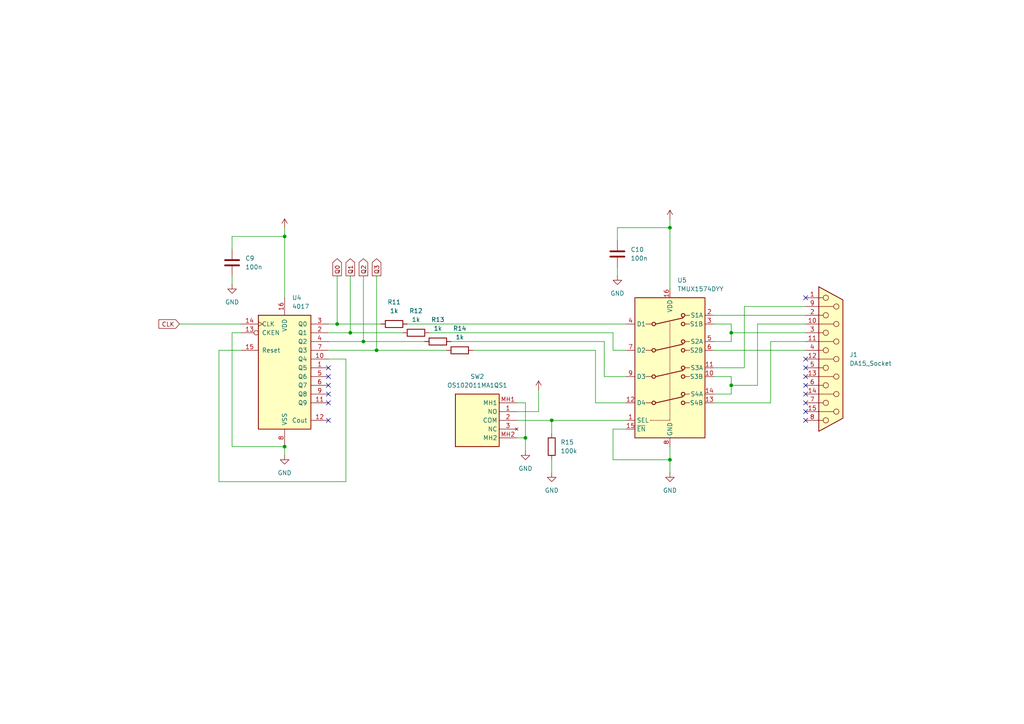
<source format=kicad_sch>
(kicad_sch (version 20250114) (generator "eeschema") (generator_version "9.0")
  (paper "A4")
  (title_block (title "PinCheck - 4 Pin Cable (LEMHAL)") (date "2025-08-27") (rev "Rev 1.0") (company "Igor Oliveira") (comment 1 "Continuity & Logic Test Circuit") (comment 2 "Decade Counter with pass/fail logic gates"))
  (lib_symbols
    (symbol "4xxx:4017" (pin_names (offset 1.016))
      (property "Reference" "U" (at -7.62 16.51 0))
      (property "Value" "4017" (at -7.62 -19.05 0))
      (symbol "4017_1_0"
        (pin input clock (at -12.7 12.7 0) (length 5.08) (name "CLK") (number "14"))
        (pin input inverted (at -12.7 10.16 0) (length 5.08) (name "CKEN") (number "13"))
        (pin input line (at -12.7 5.08 0) (length 5.08) (name "Reset") (number "15"))
        (pin power_in line (at 0 20.32 270) (length 5.08) (name "VDD") (number "16"))
        (pin power_in line (at 0 -22.86 90) (length 5.08) (name "VSS") (number "8"))
        (pin output line (at 12.7 12.7 180) (length 5.08) (name "Q0") (number "3"))
        (pin output line (at 12.7 10.16 180) (length 5.08) (name "Q1") (number "2"))
        (pin output line (at 12.7 7.62 180) (length 5.08) (name "Q2") (number "4"))
        (pin output line (at 12.7 5.08 180) (length 5.08) (name "Q3") (number "7"))
        (pin output line (at 12.7 2.54 180) (length 5.08) (name "Q4") (number "10"))
        (pin output line (at 12.7 0 180) (length 5.08) (name "Q5") (number "1"))
        (pin output line (at 12.7 -2.54 180) (length 5.08) (name "Q6") (number "5"))
        (pin output line (at 12.7 -5.08 180) (length 5.08) (name "Q7") (number "6"))
        (pin output line (at 12.7 -7.62 180) (length 5.08) (name "Q8") (number "9"))
        (pin output line (at 12.7 -10.16 180) (length 5.08) (name "Q9") (number "11"))
        (pin output line (at 12.7 -15.24 180) (length 5.08) (name "Cout") (number "12"))
      )
      (symbol "4017_1_1"
        (rectangle (start -7.62 15.24) (end 7.62 -17.78) (stroke (width 0.254)) (fill (type background)))
      )
    )
    (symbol "Analog_Switch:TMUX1574DYY"
      (property "Reference" "U" (at -8.89 21.59 0))
      (property "Value" "TMUX1574DYY" (at 7.62 21.59 0))
      (symbol "TMUX1574DYY_1_1"
        (rectangle (start -10.16 20.32) (end 10.16 -20.32) (stroke (width 0.254)) (fill (type background)))
        (polyline (pts (xy -6.985 12.7) (xy -5.334 12.7)))
        (polyline (pts (xy -6.985 5.08) (xy -5.334 5.08)))
        (polyline (pts (xy -6.985 -2.54) (xy -5.334 -2.54)))
        (polyline (pts (xy -6.985 -10.16) (xy -5.334 -10.16)))
        (polyline (pts (xy -5.715 -15.24) (xy -5.207 -15.24)))
        (polyline (pts (xy -4.953 -15.24) (xy -4.699 -15.24)))
        (circle (center -4.699 12.7) (radius 0.508) (stroke (width 0.254)))
        (circle (center -4.699 5.08) (radius 0.508) (stroke (width 0.254)))
        (circle (center -4.699 -2.54) (radius 0.508) (stroke (width 0.254)))
        (circle (center -4.699 -10.16) (radius 0.508) (stroke (width 0.254)))
        (polyline (pts (xy -4.445 -15.24) (xy -4.191 -15.24)))
        (polyline (pts (xy -3.937 -15.24) (xy -3.683 -15.24)))
        (polyline (pts (xy -3.429 -15.24) (xy -3.175 -15.24)))
        (polyline (pts (xy -2.921 -15.24) (xy -2.667 -15.24)))
        (polyline (pts (xy -2.413 -15.24) (xy -2.159 -15.24)))
        (polyline (pts (xy -1.905 -15.24) (xy -1.651 -15.24)))
        (polyline (pts (xy -1.397 -15.24) (xy -1.143 -15.24)))
        (polyline (pts (xy -0.889 -15.24) (xy -0.635 -15.24)))
        (polyline (pts (xy -0.381 -15.24) (xy -0.127 -15.24)))
        (polyline (pts (xy 0 12.954) (xy 0 13.208)))
        (polyline (pts (xy 0 12.446) (xy 0 12.7)))
        (polyline (pts (xy 0 11.938) (xy 0 12.192)))
        (polyline (pts (xy 0 11.43) (xy 0 11.684)))
        (polyline (pts (xy 0 10.922) (xy 0 11.176)))
        (polyline (pts (xy 0 10.414) (xy 0 10.668)))
        (polyline (pts (xy 0 9.906) (xy 0 10.16)))
        (polyline (pts (xy 0 9.398) (xy 0 9.652)))
        (polyline (pts (xy 0 8.89) (xy 0 9.144)))
        (polyline (pts (xy 0 8.382) (xy 0 8.636)))
        (polyline (pts (xy 0 7.874) (xy 0 8.128)))
        (polyline (pts (xy 0 7.366) (xy 0 7.62)))
        (polyline (pts (xy 0 6.858) (xy 0 7.112)))
        (polyline (pts (xy 0 6.35) (xy 0 6.604)))
        (polyline (pts (xy 0 5.842) (xy 0 6.096)))
        (polyline (pts (xy 0 5.334) (xy 0 5.588)))
        (polyline (pts (xy 0 4.826) (xy 0 5.08)))
        (polyline (pts (xy 0 4.318) (xy 0 4.572)))
        (polyline (pts (xy 0 3.81) (xy 0 4.064)))
        (polyline (pts (xy 0 3.302) (xy 0 3.556)))
        (polyline (pts (xy 0 2.794) (xy 0 3.048)))
        (polyline (pts (xy 0 2.286) (xy 0 2.54)))
        (polyline (pts (xy 0 1.778) (xy 0 2.032)))
        (polyline (pts (xy 0 1.27) (xy 0 1.524)))
        (polyline (pts (xy 0 0.762) (xy 0 1.016)))
        (polyline (pts (xy 0 0.254) (xy 0 0.508)))
        (polyline (pts (xy 0 -0.254) (xy 0 0)))
        (polyline (pts (xy 0 -0.762) (xy 0 -0.508)))
        (polyline (pts (xy 0 -1.27) (xy 0 -1.016)))
        (polyline (pts (xy 0 -2.286) (xy 0 -2.032)))
        (polyline (pts (xy 0 -2.794) (xy 0 -2.54)))
        (polyline (pts (xy 0 -3.302) (xy 0 -3.048)))
        (polyline (pts (xy 0 -3.81) (xy 0 -3.556)))
        (polyline (pts (xy 0 -4.318) (xy 0 -4.064)))
        (polyline (pts (xy 0 -4.826) (xy 0 -4.572)))
        (polyline (pts (xy 0 -5.334) (xy 0 -5.08)))
        (polyline (pts (xy 0 -5.842) (xy 0 -5.588)))
        (polyline (pts (xy 0 -6.35) (xy 0 -6.096)))
        (polyline (pts (xy 0 -6.858) (xy 0 -6.604)))
        (polyline (pts (xy 0 -7.366) (xy 0 -7.112)))
        (polyline (pts (xy 0 -7.874) (xy 0 -7.62)))
        (polyline (pts (xy 0 -8.382) (xy 0 -8.128)))
        (polyline (pts (xy 0 -8.89) (xy 0 -8.636)))
        (polyline (pts (xy 0 -9.398) (xy 0 -9.144)))
        (polyline (pts (xy 0 -9.906) (xy 0 -9.652)))
        (polyline (pts (xy 0 -10.414) (xy 0 -10.16)))
        (polyline (pts (xy 0 -10.922) (xy 0 -10.668)))
        (polyline (pts (xy 0 -11.43) (xy 0 -11.176)))
        (polyline (pts (xy 0 -11.938) (xy 0 -11.684)))
        (polyline (pts (xy 0 -12.446) (xy 0 -12.192)))
        (polyline (pts (xy 0 -12.954) (xy 0 -12.7)))
        (polyline (pts (xy 0 -13.462) (xy 0 -13.208)))
        (polyline (pts (xy 0 -13.97) (xy 0 -13.716)))
        (polyline (pts (xy 0 -14.478) (xy 0 -14.224)))
        (polyline (pts (xy 0 -15.24) (xy 0 -14.732)))
        (circle (center 3.81 15.24) (radius 0.508) (stroke (width 0.254)))
        (polyline (pts (xy 3.81 14.478) (xy -4.064 12.7)) (stroke (width 0.254)))
        (circle (center 3.81 12.7) (radius 0.508) (stroke (width 0.254)))
        (circle (center 3.81 7.62) (radius 0.508) (stroke (width 0.254)))
        (polyline (pts (xy 3.81 6.858) (xy -4.064 5.08)) (stroke (width 0.254)))
        (circle (center 3.81 5.08) (radius 0.508) (stroke (width 0.254)))
        (circle (center 3.81 0) (radius 0.508) (stroke (width 0.254)))
        (polyline (pts (xy 3.81 -0.762) (xy -4.064 -2.54)) (stroke (width 0.254)))
        (circle (center 3.81 -2.54) (radius 0.508) (stroke (width 0.254)))
        (circle (center 3.81 -7.62) (radius 0.508) (stroke (width 0.254)))
        (polyline (pts (xy 3.81 -8.382) (xy -4.064 -10.16)) (stroke (width 0.254)))
        (circle (center 3.81 -10.16) (radius 0.508) (stroke (width 0.254)))
        (polyline (pts (xy 5.715 15.24) (xy 4.445 15.24)))
        (polyline (pts (xy 5.715 12.7) (xy 4.445 12.7)))
        (polyline (pts (xy 5.715 7.62) (xy 4.445 7.62)))
        (polyline (pts (xy 5.715 5.08) (xy 4.445 5.08)))
        (polyline (pts (xy 5.715 0) (xy 4.445 0)))
        (polyline (pts (xy 5.715 -2.54) (xy 4.445 -2.54)))
        (polyline (pts (xy 5.715 -7.62) (xy 4.445 -7.62)))
        (polyline (pts (xy 5.715 -10.16) (xy 4.445 -10.16)))
        (pin passive line (at -12.7 12.7 0) (length 2.54) (name "D1") (number "4"))
        (pin passive line (at -12.7 5.08 0) (length 2.54) (name "D2") (number "7"))
        (pin passive line (at -12.7 -2.54 0) (length 2.54) (name "D3") (number "9"))
        (pin passive line (at -12.7 -10.16 0) (length 2.54) (name "D4") (number "12"))
        (pin input line (at -12.7 -15.24 0) (length 2.54) (name "SEL") (number "1"))
        (pin input line (at -12.7 -17.78 0) (length 2.54) (name "~{EN}") (number "15"))
        (pin power_in line (at 0 22.86 270) (length 2.54) (name "VDD") (number "16"))
        (pin power_in line (at 0 -22.86 90) (length 2.54) (name "GND") (number "8"))
        (pin passive line (at 12.7 15.24 180) (length 2.54) (name "S1A") (number "2"))
        (pin passive line (at 12.7 12.7 180) (length 2.54) (name "S1B") (number "3"))
        (pin passive line (at 12.7 7.62 180) (length 2.54) (name "S2A") (number "5"))
        (pin passive line (at 12.7 5.08 180) (length 2.54) (name "S2B") (number "6"))
        (pin passive line (at 12.7 0 180) (length 2.54) (name "S3A") (number "11"))
        (pin passive line (at 12.7 -2.54 180) (length 2.54) (name "S3B") (number "10"))
        (pin passive line (at 12.7 -7.62 180) (length 2.54) (name "S4A") (number "14"))
        (pin passive line (at 12.7 -10.16 180) (length 2.54) (name "S4B") (number "13"))
      )
    )
    (symbol "Connector:DA15_Socket" (pin_names (offset 1.016) (hide yes))
      (property "Reference" "J" (at 0.508 21.59 0))
      (property "Value" "DA15_Socket" (at 0 -22.225 0))
      (symbol "DA15_Socket_0_1"
        (polyline (pts (xy -3.81 20.955) (xy 3.175 17.145) (xy 3.175 -17.145) (xy -3.81 -20.955) (xy -3.81 20.955)) (stroke (width 0.254)) (fill (type background)))
        (polyline (pts (xy -3.81 17.78) (xy -2.54 17.78)))
        (polyline (pts (xy -3.81 15.24) (xy 0.508 15.24)))
        (polyline (pts (xy -3.81 12.7) (xy -2.54 12.7)))
        (polyline (pts (xy -3.81 10.16) (xy 0.508 10.16)))
        (polyline (pts (xy -3.81 7.62) (xy -2.54 7.62)))
        (polyline (pts (xy -3.81 5.08) (xy 0.508 5.08)))
        (polyline (pts (xy -3.81 2.54) (xy -2.54 2.54)))
        (polyline (pts (xy -3.81 0) (xy 0.508 0)))
        (polyline (pts (xy -3.81 -2.54) (xy -2.54 -2.54)))
        (polyline (pts (xy -3.81 -5.08) (xy 0.508 -5.08)))
        (polyline (pts (xy -3.81 -7.62) (xy -2.54 -7.62)))
        (polyline (pts (xy -3.81 -10.16) (xy 0.508 -10.16)))
        (polyline (pts (xy -3.81 -12.7) (xy -2.54 -12.7)))
        (polyline (pts (xy -3.81 -15.24) (xy 0.508 -15.24)))
        (polyline (pts (xy -3.81 -17.78) (xy -2.54 -17.78)))
        (circle (center -1.778 17.78) (radius 0.762))
        (circle (center -1.778 12.7) (radius 0.762))
        (circle (center -1.778 7.62) (radius 0.762))
        (circle (center -1.778 2.54) (radius 0.762))
        (circle (center -1.778 -2.54) (radius 0.762))
        (circle (center -1.778 -7.62) (radius 0.762))
        (circle (center -1.778 -12.7) (radius 0.762))
        (circle (center -1.778 -17.78) (radius 0.762))
        (circle (center 1.27 15.24) (radius 0.762))
        (circle (center 1.27 10.16) (radius 0.762))
        (circle (center 1.27 5.08) (radius 0.762))
        (circle (center 1.27 0) (radius 0.762))
        (circle (center 1.27 -5.08) (radius 0.762))
        (circle (center 1.27 -10.16) (radius 0.762))
        (circle (center 1.27 -15.24) (radius 0.762))
      )
      (symbol "DA15_Socket_1_1"
        (pin passive line (at -7.62 17.78 0) (length 3.81) (name "1") (number "1"))
        (pin passive line (at -7.62 15.24 0) (length 3.81) (name "P9") (number "9"))
        (pin passive line (at -7.62 12.7 0) (length 3.81) (name "2") (number "2"))
        (pin passive line (at -7.62 10.16 0) (length 3.81) (name "P10") (number "10"))
        (pin passive line (at -7.62 7.62 0) (length 3.81) (name "3") (number "3"))
        (pin passive line (at -7.62 5.08 0) (length 3.81) (name "P111") (number "11"))
        (pin passive line (at -7.62 2.54 0) (length 3.81) (name "4") (number "4"))
        (pin passive line (at -7.62 0 0) (length 3.81) (name "P12") (number "12"))
        (pin passive line (at -7.62 -2.54 0) (length 3.81) (name "5") (number "5"))
        (pin passive line (at -7.62 -5.08 0) (length 3.81) (name "P13") (number "13"))
        (pin passive line (at -7.62 -7.62 0) (length 3.81) (name "6") (number "6"))
        (pin passive line (at -7.62 -10.16 0) (length 3.81) (name "P14") (number "14"))
        (pin passive line (at -7.62 -12.7 0) (length 3.81) (name "7") (number "7"))
        (pin passive line (at -7.62 -15.24 0) (length 3.81) (name "P15") (number "15"))
        (pin passive line (at -7.62 -17.78 0) (length 3.81) (name "8") (number "8"))
      )
    )
    (symbol "Device:C" (pin_numbers (hide yes)) (pin_names (offset 0.254))
      (property "Reference" "C" (at 0.635 2.54 0))
      (property "Value" "C" (at 0.635 -2.54 0))
      (symbol "C_0_1"
        (polyline (pts (xy -2.032 0.762) (xy 2.032 0.762)) (stroke (width 0.508)))
        (polyline (pts (xy -2.032 -0.762) (xy 2.032 -0.762)) (stroke (width 0.508)))
      )
      (symbol "C_1_1"
        (pin passive line (at 0 3.81 270) (length 2.794) (name "~") (number "1"))
        (pin passive line (at 0 -3.81 90) (length 2.794) (name "~") (number "2"))
      )
    )
    (symbol "Device:R" (pin_numbers (hide yes)) (pin_names (offset 0))
      (property "Reference" "R" (at 2.032 0 90))
      (property "Value" "R" (at 0 0 90))
      (symbol "R_0_1"
        (rectangle (start -1.016 -2.54) (end 1.016 2.54) (stroke (width 0.254)))
      )
      (symbol "R_1_1"
        (pin passive line (at 0 3.81 270) (length 1.27) (name "~") (number "1"))
        (pin passive line (at 0 -3.81 90) (length 1.27) (name "~") (number "2"))
      )
    )
    (symbol "Switch:OS102011MA1QS1"
      (property "Reference" "SW" (at 0 7.62 0))
      (property "Value" "OS102011MA1QS1" (at 0 5.08 0))
      (symbol "OS102011MA1QS1_1_1"
        (rectangle (start 5.08 2.54) (end 17.78 -12.7) (stroke (width 0.254)) (fill (type background)))
        (pin passive line (at 0 0 0) (length 5.08) (name "MH1") (number "MH1"))
        (pin passive line (at 0 -2.54 0) (length 5.08) (name "NO") (number "1"))
        (pin passive line (at 0 -5.08 0) (length 5.08) (name "COM") (number "2"))
        (pin no_connect line (at 0 -7.62 0) (length 5.08) (name "NC") (number "3"))
        (pin passive line (at 0 -10.16 0) (length 5.08) (name "MH2") (number "MH2"))
      )
    )
    (symbol "power:GND" (power) (pin_numbers (hide yes)) (pin_names (offset 0) (hide yes))
      (property "Value" "GND" (at 0 -3.81 0))
      (symbol "GND_0_1"
        (polyline (pts (xy 0 0) (xy 0 -1.27) (xy 1.27 -1.27) (xy 0 -2.54) (xy -1.27 -1.27) (xy 0 -1.27)))
      )
      (symbol "GND_1_1"
        (pin power_in line (at 0 0 270) (length 0) (name "~") (number "1"))
      )
    )
    (symbol "power:VCC" (power) (pin_numbers (hide yes)) (pin_names (offset 0) (hide yes))
      (property "Value" "VCC" (at 0 3.556 0))
      (symbol "VCC_0_1"
        (polyline (pts (xy -0.762 1.27) (xy 0 2.54)))
        (polyline (pts (xy 0 2.54) (xy 0.762 1.27)))
        (polyline (pts (xy 0 0) (xy 0 2.54)))
      )
      (symbol "VCC_1_1"
        (pin power_in line (at 0 0 90) (length 0) (name "~") (number "1"))
      )
    )
  )
  (junction (at 82.55 68.58))
  (junction (at 194.31 133.35))
  (junction (at 101.6 96.52))
  (junction (at 212.09 111.76))
  (junction (at 160.02 121.92))
  (junction (at 152.4 127))
  (junction (at 82.55 129.54))
  (junction (at 212.09 96.52))
  (junction (at 105.41 99.06))
  (junction (at 109.22 101.6))
  (junction (at 97.79 93.98))
  (junction (at 194.31 66.04))
  (no_connect (at 233.68 104.14))
  (no_connect (at 233.68 86.36))
  (no_connect (at 95.25 121.92))
  (no_connect (at 233.68 114.3))
  (no_connect (at 233.68 109.22))
  (no_connect (at 233.68 111.76))
  (no_connect (at 233.68 116.84))
  (no_connect (at 95.25 109.22))
  (no_connect (at 95.25 114.3))
  (no_connect (at 95.25 111.76))
  (no_connect (at 95.25 116.84))
  (no_connect (at 233.68 106.68))
  (no_connect (at 233.68 121.92))
  (no_connect (at 95.25 106.68))
  (no_connect (at 233.68 119.38))
  (wire (pts (xy 212.09 111.76) (xy 212.09 109.22)))
  (wire (pts (xy 215.9 88.9) (xy 233.68 88.9)))
  (wire (pts (xy 97.79 80.01) (xy 97.79 93.98)))
  (wire (pts (xy 207.01 93.98) (xy 212.09 93.98)))
  (wire (pts (xy 152.4 116.84) (xy 152.4 127)))
  (wire (pts (xy 194.31 137.16) (xy 194.31 133.35)))
  (wire (pts (xy 177.8 101.6) (xy 181.61 101.6)))
  (wire (pts (xy 101.6 96.52) (xy 116.84 96.52)))
  (wire (pts (xy 52.07 93.98) (xy 69.85 93.98)))
  (wire (pts (xy 82.55 68.58) (xy 67.31 68.58)))
  (wire (pts (xy 82.55 86.36) (xy 82.55 68.58)))
  (wire (pts (xy 179.07 80.01) (xy 179.07 77.47)))
  (wire (pts (xy 82.55 66.04) (xy 82.55 68.58)))
  (wire (pts (xy 181.61 124.46) (xy 177.8 124.46)))
  (wire (pts (xy 212.09 114.3) (xy 212.09 111.76)))
  (wire (pts (xy 95.25 93.98) (xy 97.79 93.98)))
  (wire (pts (xy 97.79 93.98) (xy 110.49 93.98)))
  (wire (pts (xy 95.25 96.52) (xy 101.6 96.52)))
  (wire (pts (xy 160.02 133.35) (xy 160.02 137.16)))
  (wire (pts (xy 67.31 129.54) (xy 82.55 129.54)))
  (wire (pts (xy 82.55 132.08) (xy 82.55 129.54)))
  (wire (pts (xy 109.22 101.6) (xy 129.54 101.6)))
  (wire (pts (xy 177.8 96.52) (xy 177.8 101.6)))
  (wire (pts (xy 177.8 133.35) (xy 194.31 133.35)))
  (wire (pts (xy 95.25 99.06) (xy 105.41 99.06)))
  (wire (pts (xy 212.09 111.76) (xy 219.71 111.76)))
  (wire (pts (xy 175.26 109.22) (xy 181.61 109.22)))
  (wire (pts (xy 172.72 116.84) (xy 172.72 101.6)))
  (wire (pts (xy 194.31 66.04) (xy 179.07 66.04)))
  (wire (pts (xy 223.52 99.06) (xy 233.68 99.06)))
  (wire (pts (xy 63.5 101.6) (xy 69.85 101.6)))
  (wire (pts (xy 100.33 139.7) (xy 100.33 104.14)))
  (wire (pts (xy 152.4 127) (xy 149.86 127)))
  (wire (pts (xy 67.31 96.52) (xy 69.85 96.52)))
  (wire (pts (xy 212.09 96.52) (xy 233.68 96.52)))
  (wire (pts (xy 207.01 101.6) (xy 233.68 101.6)))
  (wire (pts (xy 219.71 111.76) (xy 219.71 93.98)))
  (wire (pts (xy 67.31 129.54) (xy 67.31 96.52)))
  (wire (pts (xy 179.07 66.04) (xy 179.07 69.85)))
  (wire (pts (xy 109.22 80.01) (xy 109.22 101.6)))
  (wire (pts (xy 137.16 101.6) (xy 172.72 101.6)))
  (wire (pts (xy 95.25 101.6) (xy 109.22 101.6)))
  (wire (pts (xy 105.41 80.01) (xy 105.41 99.06)))
  (wire (pts (xy 194.31 129.54) (xy 194.31 133.35)))
  (wire (pts (xy 67.31 68.58) (xy 67.31 72.39)))
  (wire (pts (xy 181.61 116.84) (xy 172.72 116.84)))
  (wire (pts (xy 212.09 99.06) (xy 207.01 99.06)))
  (wire (pts (xy 194.31 83.82) (xy 194.31 66.04)))
  (wire (pts (xy 100.33 104.14) (xy 95.25 104.14)))
  (wire (pts (xy 149.86 116.84) (xy 152.4 116.84)))
  (wire (pts (xy 63.5 139.7) (xy 100.33 139.7)))
  (wire (pts (xy 105.41 99.06) (xy 123.19 99.06)))
  (wire (pts (xy 130.81 99.06) (xy 175.26 99.06)))
  (wire (pts (xy 215.9 106.68) (xy 215.9 88.9)))
  (wire (pts (xy 219.71 93.98) (xy 233.68 93.98)))
  (wire (pts (xy 118.11 93.98) (xy 181.61 93.98)))
  (wire (pts (xy 160.02 121.92) (xy 181.61 121.92)))
  (wire (pts (xy 212.09 96.52) (xy 212.09 99.06)))
  (wire (pts (xy 207.01 116.84) (xy 223.52 116.84)))
  (wire (pts (xy 101.6 80.01) (xy 101.6 96.52)))
  (wire (pts (xy 149.86 119.38) (xy 156.21 119.38)))
  (wire (pts (xy 156.21 113.03) (xy 156.21 119.38)))
  (wire (pts (xy 207.01 91.44) (xy 233.68 91.44)))
  (wire (pts (xy 67.31 82.55) (xy 67.31 80.01)))
  (wire (pts (xy 175.26 99.06) (xy 175.26 109.22)))
  (wire (pts (xy 212.09 93.98) (xy 212.09 96.52)))
  (wire (pts (xy 124.46 96.52) (xy 177.8 96.52)))
  (wire (pts (xy 207.01 109.22) (xy 212.09 109.22)))
  (wire (pts (xy 177.8 124.46) (xy 177.8 133.35)))
  (wire (pts (xy 194.31 63.5) (xy 194.31 66.04)))
  (wire (pts (xy 223.52 116.84) (xy 223.52 99.06)))
  (wire (pts (xy 63.5 101.6) (xy 63.5 139.7)))
  (wire (pts (xy 207.01 114.3) (xy 212.09 114.3)))
  (wire (pts (xy 152.4 127) (xy 152.4 130.81)))
  (wire (pts (xy 160.02 121.92) (xy 160.02 125.73)))
  (wire (pts (xy 149.86 121.92) (xy 160.02 121.92)))
  (wire (pts (xy 207.01 106.68) (xy 215.9 106.68)))
  (global_label "CLK" (shape input) (at 52.07 93.98 180) (property "Intersheetrefs" "${INTERSHEET_REFS}" (effects (hide yes))))
  (global_label "Q0" (shape output) (at 97.79 80.01 90) (property "Intersheetrefs" "${INTERSHEET_REFS}" (effects (hide yes))))
  (global_label "Q3" (shape output) (at 109.22 80.01 90) (property "Intersheetrefs" "${INTERSHEET_REFS}" (effects (hide yes))))
  (global_label "Q1" (shape output) (at 101.6 80.01 90) (property "Intersheetrefs" "${INTERSHEET_REFS}" (effects (hide yes))))
  (global_label "Q2" (shape output) (at 105.41 80.01 90) (property "Intersheetrefs" "${INTERSHEET_REFS}" (effects (hide yes))))
  (symbol (lib_id "power:VCC") (at 156.21 113.03 0) (mirror y) (unit 1)
    (property "Reference" "#PWR034" (effects (hide yes)))
    (property "Value" "VCC" (effects (hide yes)))
    (property "Description" "Power symbol creates a global label with name \"VCC\"" (effects (hide yes)))
  )
  (symbol (lib_id "Device:R") (at 160.02 129.54 0) (mirror y) (unit 1)
    (property "Reference" "R15" (at 162.56 128.2699 0) (effects (justify right)))
    (property "Value" "100k" (at 162.56 130.8099 0) (effects (justify right)))
    (property "Footprint" "Resistor_SMD:R_0805_2012Metric" (effects (hide yes)))
    (property "Description" "SMD Chip Resistor, 100 kohm, ± 1%, 500 mW, 0805 [2012 Metric], Thick Film (Double Sided)" (effects (hide yes)))
    (property "Manufacturer Part No" "ERJP6WF1003V" (effects (hide yes)))
  )
  (symbol (lib_id "Analog_Switch:TMUX1574DYY") (at 194.31 106.68 0) (unit 1)
    (property "Reference" "U5" (at 196.4533 81.28 0) (effects (justify left)))
    (property "Value" "TMUX1574DYY" (at 196.4533 83.82 0) (effects (justify left)))
    (property "Footprint" "Package_SO:Texas_DYY0016A_TSOT-23-16_2x4.2mm_P0.5mm" (effects (hide yes)))
    (property "Datasheet" "https://www.ti.com/lit/ds/symlink/tmux1574.pdf" (effects (hide yes)))
    (property "Description" "4 Circuit IC Switch 2:1 4.5Ohm 16-SOT-23-THIN" (effects (hide yes)))
    (property "Manufacturer Part No" "4 Circuit IC Switch 2:1 4.5Ohm 16-SOT-23-THIN" (effects (hide yes)))
  )
  (symbol (lib_id "Device:R") (at 127 99.06 90) (unit 1)
    (property "Reference" "R13" (at 127 92.71 90))
    (property "Value" "1k" (at 127 95.25 90))
    (property "Footprint" "Resistor_SMD:R_0805_2012Metric" (effects (hide yes)))
    (property "Description" "SMD Chip Resistor, Ceramic, 1 kohm, ± 1%, 125 mW, 0805 [2012 Metric], Thick Film, Sulfur Resistant" (effects (hide yes)))
    (property "Manufacturer Part No" "MCMR08X1001FTL" (effects (hide yes)))
  )
  (symbol (lib_id "power:GND") (at 67.31 82.55 0) (unit 1)
    (property "Reference" "#PWR030" (effects (hide yes)))
    (property "Value" "GND" (at 67.31 87.63 0))
    (property "Description" "Power symbol creates a global label with name \"GND\" , ground" (effects (hide yes)))
  )
  (symbol (lib_id "power:VCC") (at 82.55 66.04 0) (unit 1)
    (property "Reference" "#PWR031" (effects (hide yes)))
    (property "Value" "VCC" (effects (hide yes)))
    (property "Description" "Power symbol creates a global label with name \"VCC\"" (effects (hide yes)))
  )
  (symbol (lib_id "power:VCC") (at 194.31 63.5 0) (unit 1)
    (property "Reference" "#PWR037" (effects (hide yes)))
    (property "Value" "VCC" (effects (hide yes)))
    (property "Description" "Power symbol creates a global label with name \"VCC\"" (effects (hide yes)))
  )
  (symbol (lib_id "power:GND") (at 82.55 132.08 0) (unit 1)
    (property "Reference" "#PWR032" (effects (hide yes)))
    (property "Value" "GND" (at 82.55 137.16 0))
    (property "Description" "Power symbol creates a global label with name \"GND\" , ground" (effects (hide yes)))
  )
  (symbol (lib_id "Device:R") (at 133.35 101.6 90) (unit 1)
    (property "Reference" "R14" (at 133.35 95.25 90))
    (property "Value" "1k" (at 133.35 97.79 90))
    (property "Footprint" "Resistor_SMD:R_0805_2012Metric" (effects (hide yes)))
    (property "Description" "SMD Chip Resistor, Ceramic, 1 kohm, ± 1%, 125 mW, 0805 [2012 Metric], Thick Film, Sulfur Resistant" (effects (hide yes)))
    (property "Manufacturer Part No" "MCMR08X1001FTL" (effects (hide yes)))
  )
  (symbol (lib_id "power:GND") (at 152.4 130.81 0) (unit 1)
    (property "Reference" "#PWR033" (effects (hide yes)))
    (property "Value" "GND" (at 152.4 135.89 0))
    (property "Description" "Power symbol creates a global label with name \"GND\" , ground" (effects (hide yes)))
  )
  (symbol (lib_id "power:GND") (at 160.02 137.16 0) (unit 1)
    (property "Reference" "#PWR035" (effects (hide yes)))
    (property "Value" "GND" (at 160.02 142.24 0))
    (property "Description" "Power symbol creates a global label with name \"GND\" , ground" (effects (hide yes)))
  )
  (symbol (lib_id "power:GND") (at 194.31 137.16 0) (unit 1)
    (property "Reference" "#PWR038" (effects (hide yes)))
    (property "Value" "GND" (at 194.31 142.24 0))
    (property "Description" "Power symbol creates a global label with name \"GND\" , ground" (effects (hide yes)))
  )
  (symbol (lib_id "Device:C") (at 179.07 73.66 0) (unit 1)
    (property "Reference" "C10" (at 182.88 72.3899 0) (effects (justify left)))
    (property "Value" "100n" (at 182.88 74.9299 0) (effects (justify left)))
    (property "Footprint" "Capacitor_SMD:C_0805_2012Metric" (effects (hide yes)))
    (property "Description" "SMD Multilayer Ceramic Capacitor, 0.1 µF, 16 V, 0805 [2012 Metric], ± 10%, X7R" (effects (hide yes)))
    (property "Manufacturer Part No" "0805B104K160CT" (effects (hide yes)))
  )
  (symbol (lib_id "Device:R") (at 114.3 93.98 90) (unit 1)
    (property "Reference" "R11" (at 114.3 87.63 90))
    (property "Value" "1k" (at 114.3 90.17 90))
    (property "Footprint" "Resistor_SMD:R_0805_2012Metric" (effects (hide yes)))
    (property "Description" "SMD Chip Resistor, Ceramic, 1 kohm, ± 1%, 125 mW, 0805 [2012 Metric], Thick Film, Sulfur Resistant" (effects (hide yes)))
    (property "Manufacturer Part No" "MCMR08X1001FTL" (effects (hide yes)))
  )
  (symbol (lib_id "power:GND") (at 179.07 80.01 0) (unit 1)
    (property "Reference" "#PWR036" (effects (hide yes)))
    (property "Value" "GND" (at 179.07 85.09 0))
    (property "Description" "Power symbol creates a global label with name \"GND\" , ground" (effects (hide yes)))
  )
  (symbol (lib_id "Connector:DA15_Socket") (at 241.3 104.14 0) (unit 1)
    (property "Reference" "J1" (at 246.38 102.8699 0) (effects (justify left)))
    (property "Value" "DA15_Socket" (at 246.38 105.4099 0) (effects (justify left)))
    (property "Footprint" "Connector_Dsub:DSUB-15_Socket_Horizontal_P2.77x2.84mm_EdgePinOffset9.90mm_Housed_MountingHolesOffset11.32mm" (effects (hide yes)))
    (property "Description" "MH Connectors MHDD 15 Way Right Angle Through Hole D-sub Connector Socket, 2.77mm Pitch" (effects (hide yes)))
    (property "Manufacturer Part No" "MHDD15-F-T-B-S-R " (effects (hide yes)))
  )
  (symbol (lib_id "Switch:OS102011MA1QS1") (at 149.86 116.84 0) (mirror y) (unit 1)
    (property "Reference" "SW2" (at 138.43 109.22 0))
    (property "Value" "OS102011MA1QS1" (at 138.43 111.76 0))
    (property "Footprint" "Button_Switch_THT:OS102011MA1QS1" (effects (hide yes)))
    (property "Datasheet" "https://www.digikey.ph/en/products/detail/c-k/OS102011MA1QS1/1981431?msockid=39f1ec84d77b6f4428b7f904d6676eed" (effects (hide yes)))
    (property "Description" "Slide Switch SPDT Through Hole, Right Angle" (effects (hide yes)))
    (property "Height" "4.7" (effects (hide yes)))
    (property "Manufacturer_Name" "C & K COMPONENTS" (effects (hide yes)))
    (property "Manufacturer_Part_Number" "OS102011MA1QS1" (effects (hide yes)))
    (property "Mouser Part Number" "N/A" (effects (hide yes)))
    (property "Mouser Price/Stock" "https://www.mouser.co.uk/ProductDetail/CK/OS102011MA1QS1?qs=WtljUlYws5QESxS45g%252B0yg%3D%3D" (effects (hide yes)))
    (property "Arrow Part Number" "OS102011MA1QS1" (effects (hide yes)))
    (property "Arrow Price/Stock" "https://www.arrow.com/en/products/os102011ma1qs1/ck?region=nac" (effects (hide yes)))
    (property "Manufacturer Part No" "OS102011MA1QS1" (effects (hide yes)))
  )
  (symbol (lib_id "Device:R") (at 120.65 96.52 90) (unit 1)
    (property "Reference" "R12" (at 120.65 90.17 90))
    (property "Value" "1k" (at 120.65 92.71 90))
    (property "Footprint" "Resistor_SMD:R_0805_2012Metric" (effects (hide yes)))
    (property "Description" "SMD Chip Resistor, Ceramic, 1 kohm, ± 1%, 125 mW, 0805 [2012 Metric], Thick Film, Sulfur Resistant" (effects (hide yes)))
    (property "Manufacturer Part No" "MCMR08X1001FTL" (effects (hide yes)))
  )
  (symbol (lib_id "Device:C") (at 67.31 76.2 0) (unit 1)
    (property "Reference" "C9" (at 71.12 74.9299 0) (effects (justify left)))
    (property "Value" "100n" (at 71.12 77.4699 0) (effects (justify left)))
    (property "Footprint" "Capacitor_SMD:C_0805_2012Metric" (effects (hide yes)))
    (property "Description" "SMD Multilayer Ceramic Capacitor, 0.1 µF, 16 V, 0805 [2012 Metric], ± 10%, X7R" (effects (hide yes)))
    (property "Manufacturer Part No" "0805B104K160CT" (effects (hide yes)))
  )
  (symbol (lib_id "4xxx:4017") (at 82.55 106.68 0) (unit 1)
    (property "Reference" "U4" (at 84.6933 86.36 0) (effects (justify left)))
    (property "Value" "4017" (at 84.6933 88.9 0) (effects (justify left)))
    (property "Footprint" "Package_SO:SOIC-16_3.9x9.9mm_P1.27mm" (effects (hide yes)))
    (property "Datasheet" "http://www.intersil.com/content/dam/Intersil/documents/cd40/cd4017bms-22bms.pdf" (effects (hide yes)))
    (property "Description" "Counter IC Counter, Decade 1 Element 10 Bit Positive, Negative 16-SOIC" (effects (hide yes)))
    (property "Manufacturer Part No" "CD4017BM96" (effects (hide yes)))
  )
)
</source>
